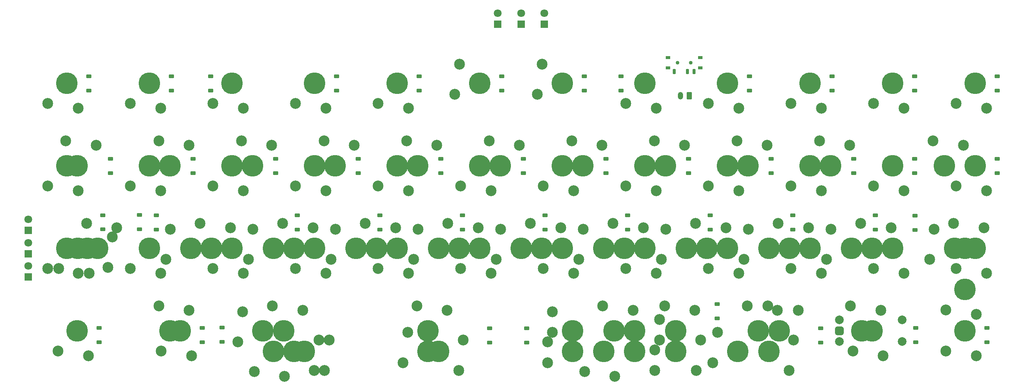
<source format=gbs>
G04 #@! TF.GenerationSoftware,KiCad,Pcbnew,7.0.11-7.0.11~ubuntu22.04.1*
G04 #@! TF.CreationDate,2024-05-14T18:32:02+02:00*
G04 #@! TF.ProjectId,alpha4,616c7068-6134-42e6-9b69-6361645f7063,rev?*
G04 #@! TF.SameCoordinates,Original*
G04 #@! TF.FileFunction,Soldermask,Bot*
G04 #@! TF.FilePolarity,Negative*
%FSLAX46Y46*%
G04 Gerber Fmt 4.6, Leading zero omitted, Abs format (unit mm)*
G04 Created by KiCad (PCBNEW 7.0.11-7.0.11~ubuntu22.04.1) date 2024-05-14 18:32:02*
%MOMM*%
%LPD*%
G01*
G04 APERTURE LIST*
G04 Aperture macros list*
%AMRoundRect*
0 Rectangle with rounded corners*
0 $1 Rounding radius*
0 $2 $3 $4 $5 $6 $7 $8 $9 X,Y pos of 4 corners*
0 Add a 4 corners polygon primitive as box body*
4,1,4,$2,$3,$4,$5,$6,$7,$8,$9,$2,$3,0*
0 Add four circle primitives for the rounded corners*
1,1,$1+$1,$2,$3*
1,1,$1+$1,$4,$5*
1,1,$1+$1,$6,$7*
1,1,$1+$1,$8,$9*
0 Add four rect primitives between the rounded corners*
20,1,$1+$1,$2,$3,$4,$5,0*
20,1,$1+$1,$4,$5,$6,$7,0*
20,1,$1+$1,$6,$7,$8,$9,0*
20,1,$1+$1,$8,$9,$2,$3,0*%
G04 Aperture macros list end*
%ADD10C,5.000000*%
%ADD11C,2.500000*%
%ADD12C,2.000000*%
%ADD13RoundRect,0.500000X-0.500000X-0.500000X0.500000X-0.500000X0.500000X0.500000X-0.500000X0.500000X0*%
%ADD14R,1.800000X1.800000*%
%ADD15C,1.800000*%
%ADD16RoundRect,0.225000X0.375000X-0.225000X0.375000X0.225000X-0.375000X0.225000X-0.375000X-0.225000X0*%
%ADD17RoundRect,0.225000X-0.375000X0.225000X-0.375000X-0.225000X0.375000X-0.225000X0.375000X0.225000X0*%
%ADD18O,1.200000X1.750000*%
%ADD19RoundRect,0.250000X0.350000X0.625000X-0.350000X0.625000X-0.350000X-0.625000X0.350000X-0.625000X0*%
%ADD20C,0.850000*%
%ADD21RoundRect,0.090000X-0.210000X-0.535000X0.210000X-0.535000X0.210000X0.535000X-0.210000X0.535000X0*%
%ADD22RoundRect,0.105000X-0.445000X0.245000X-0.445000X-0.245000X0.445000X-0.245000X0.445000X0.245000X0*%
G04 APERTURE END LIST*
D10*
X163112500Y-72625000D03*
D11*
X160512500Y-66875000D03*
X167512500Y-67925000D03*
D10*
X158350000Y-72625000D03*
D11*
X152600000Y-75225000D03*
X153650000Y-68225000D03*
D10*
X89293500Y-96438000D03*
D11*
X95043500Y-93838000D03*
X93993500Y-100838000D03*
D12*
X212762500Y-89175000D03*
X212762500Y-94175000D03*
D13*
X212762500Y-91675000D03*
D12*
X227262500Y-94175000D03*
X227262500Y-89175000D03*
D10*
X129775000Y-53575000D03*
D11*
X132375000Y-59325000D03*
X125375000Y-58275000D03*
D10*
X84531250Y-91675000D03*
D11*
X81931250Y-85925000D03*
X88931250Y-86975000D03*
D10*
X91675000Y-34525000D03*
D11*
X94275000Y-40275000D03*
X87275000Y-39225000D03*
D10*
X196449750Y-96437500D03*
D11*
X202199750Y-93837500D03*
X201149750Y-100837500D03*
D10*
X191687500Y-53575000D03*
D11*
X189087500Y-47825000D03*
X196087500Y-48875000D03*
D10*
X129775000Y-34525000D03*
D11*
X124025000Y-37125000D03*
X125075000Y-30125000D03*
D10*
X86912500Y-72625000D03*
D11*
X84312500Y-66875000D03*
X91312500Y-67925000D03*
D10*
X236931250Y-53575000D03*
D11*
X234331250Y-47825000D03*
X241331250Y-48875000D03*
D10*
X91675000Y-72625000D03*
D11*
X94275000Y-78375000D03*
X87275000Y-77325000D03*
D10*
X182162500Y-72625000D03*
D11*
X179562500Y-66875000D03*
X186562500Y-67925000D03*
D10*
X205975000Y-34525000D03*
D11*
X208575000Y-40275000D03*
X201575000Y-39225000D03*
D10*
X225025000Y-34525000D03*
D11*
X227625000Y-40275000D03*
X220625000Y-39225000D03*
D10*
X37050250Y-72625000D03*
D11*
X39650250Y-78375000D03*
X32650250Y-77325000D03*
D10*
X144062500Y-72625000D03*
D11*
X141462500Y-66875000D03*
X148462500Y-67925000D03*
D10*
X239312500Y-72625000D03*
D11*
X233562500Y-75225000D03*
X234612500Y-68225000D03*
D14*
X25640000Y-68525000D03*
D15*
X25640000Y-65985000D03*
D10*
X158350250Y-96438000D03*
D11*
X160950250Y-102188000D03*
X153950250Y-101138000D03*
D10*
X244075000Y-72625000D03*
D11*
X246675000Y-78375000D03*
X239675000Y-77325000D03*
D14*
X25640000Y-79285000D03*
D15*
X25640000Y-76745000D03*
D10*
X165494000Y-96438000D03*
D11*
X170194000Y-100838000D03*
X171244000Y-93838000D03*
D10*
X110725000Y-53575000D03*
D11*
X113325000Y-59325000D03*
X106325000Y-58275000D03*
D10*
X72625000Y-72625000D03*
D11*
X75225000Y-78375000D03*
X68225000Y-77325000D03*
D10*
X205975000Y-72625000D03*
D11*
X208575000Y-78375000D03*
X201575000Y-77325000D03*
D10*
X148825000Y-34525000D03*
D11*
X143075000Y-37125000D03*
X144125000Y-30125000D03*
D10*
X129775000Y-72625000D03*
D11*
X132375000Y-78375000D03*
X125375000Y-77325000D03*
D10*
X217881250Y-91675000D03*
D11*
X215281250Y-85925000D03*
X222281250Y-86975000D03*
D10*
X53575000Y-72625000D03*
D11*
X56175000Y-78375000D03*
X49175000Y-77325000D03*
D10*
X86912250Y-96437500D03*
D11*
X92662250Y-93837500D03*
X91612250Y-100837500D03*
D10*
X110725000Y-34525000D03*
D11*
X113325000Y-40275000D03*
X106325000Y-39225000D03*
D10*
X244075000Y-53575000D03*
D11*
X246675000Y-59325000D03*
X239675000Y-58275000D03*
D10*
X82149500Y-96438000D03*
D11*
X84749500Y-102188000D03*
X77749500Y-101138000D03*
D10*
X177400000Y-72625000D03*
D11*
X171650000Y-75225000D03*
X172700000Y-68225000D03*
D14*
X139310000Y-20895000D03*
D15*
X139310000Y-18355000D03*
D10*
X77387500Y-53575000D03*
D11*
X74787500Y-47825000D03*
X81787500Y-48875000D03*
D14*
X144700000Y-20885000D03*
D15*
X144700000Y-18345000D03*
D10*
X115487500Y-53575000D03*
D11*
X112887500Y-47825000D03*
X119887500Y-48875000D03*
D10*
X244075000Y-34525000D03*
D11*
X246675000Y-40275000D03*
X239675000Y-39225000D03*
D10*
X151206000Y-96437500D03*
D11*
X146506000Y-92037500D03*
X145456000Y-99037500D03*
D10*
X186925000Y-53575000D03*
D11*
X189525000Y-59325000D03*
X182525000Y-58275000D03*
D10*
X172637500Y-53575000D03*
D11*
X170037500Y-47825000D03*
X177037500Y-48875000D03*
D10*
X210737500Y-53575000D03*
D11*
X208137500Y-47825000D03*
X215137500Y-48875000D03*
D10*
X120250000Y-72625000D03*
D11*
X114500000Y-75225000D03*
X115550000Y-68225000D03*
D10*
X34525000Y-34525000D03*
D11*
X37125000Y-40275000D03*
X30125000Y-39225000D03*
D10*
X186925000Y-34525000D03*
D11*
X189525000Y-40275000D03*
X182525000Y-39225000D03*
D10*
X241693750Y-72625000D03*
D11*
X239093750Y-66875000D03*
X246093750Y-67925000D03*
D10*
X175019000Y-96437500D03*
D11*
X180769000Y-93837500D03*
X179719000Y-100837500D03*
D10*
X34525000Y-72625000D03*
D11*
X37125000Y-78375000D03*
X30125000Y-77325000D03*
D10*
X96437500Y-53575000D03*
D11*
X93837500Y-47825000D03*
X100837500Y-48875000D03*
D10*
X165493750Y-91675000D03*
D11*
X171243750Y-89075000D03*
X170193750Y-96075000D03*
D10*
X110725000Y-72625000D03*
D11*
X113325000Y-78375000D03*
X106325000Y-77325000D03*
D10*
X198831250Y-91675000D03*
D11*
X196231250Y-85925000D03*
X203231250Y-86975000D03*
D10*
X205975000Y-53575000D03*
D11*
X208575000Y-59325000D03*
X201575000Y-58275000D03*
D10*
X101200000Y-72625000D03*
D11*
X95450000Y-75225000D03*
X96500000Y-68225000D03*
D10*
X194068750Y-91675000D03*
D11*
X198468750Y-86975000D03*
X191468750Y-85925000D03*
D10*
X53575000Y-53575000D03*
D11*
X56175000Y-59325000D03*
X49175000Y-58275000D03*
D10*
X167875000Y-34525000D03*
D11*
X170475000Y-40275000D03*
X163475000Y-39225000D03*
D10*
X215500000Y-72625000D03*
D11*
X209750000Y-75225000D03*
X210800000Y-68225000D03*
D10*
X120250250Y-96438000D03*
D11*
X126000250Y-93838000D03*
X124950250Y-100838000D03*
D10*
X39287500Y-72625000D03*
D11*
X43987500Y-77025000D03*
X45037500Y-70025000D03*
D10*
X82150000Y-72625000D03*
D11*
X76400000Y-75225000D03*
X77450000Y-68225000D03*
D10*
X186925000Y-72625000D03*
D11*
X189525000Y-78375000D03*
X182525000Y-77325000D03*
D10*
X125012500Y-72625000D03*
D11*
X122412500Y-66875000D03*
X129412500Y-67925000D03*
D10*
X67862500Y-72625000D03*
D11*
X65262500Y-66875000D03*
X72262500Y-67925000D03*
D10*
X105962500Y-72625000D03*
D11*
X103362500Y-66875000D03*
X110362500Y-67925000D03*
D10*
X196450000Y-72625000D03*
D11*
X190700000Y-75225000D03*
X191750000Y-68225000D03*
D10*
X220262500Y-72625000D03*
D11*
X217662500Y-66875000D03*
X224662500Y-67925000D03*
D10*
X41668750Y-72625000D03*
D11*
X39068750Y-66875000D03*
X46068750Y-67925000D03*
D10*
X153587500Y-53575000D03*
D11*
X150987500Y-47825000D03*
X157987500Y-48875000D03*
D10*
X167875000Y-72625000D03*
D11*
X170475000Y-78375000D03*
X163475000Y-77325000D03*
D10*
X225025000Y-53575000D03*
D11*
X227625000Y-59325000D03*
X220625000Y-58275000D03*
D10*
X91675000Y-53575000D03*
D11*
X94275000Y-59325000D03*
X87275000Y-58275000D03*
D10*
X72625000Y-53575000D03*
D11*
X75225000Y-59325000D03*
X68225000Y-58275000D03*
D10*
X241693750Y-91675000D03*
D11*
X244293750Y-97425000D03*
X237293750Y-96375000D03*
D10*
X220262500Y-91675000D03*
D11*
X222862500Y-97425000D03*
X215862500Y-96375000D03*
D10*
X167875000Y-53575000D03*
D11*
X170475000Y-59325000D03*
X163475000Y-58275000D03*
D10*
X34525000Y-53575000D03*
D11*
X37125000Y-59325000D03*
X30125000Y-58275000D03*
D14*
X25650000Y-73915000D03*
D15*
X25650000Y-71375000D03*
D10*
X148825000Y-53575000D03*
D11*
X151425000Y-59325000D03*
X144425000Y-58275000D03*
D10*
X160731250Y-91675000D03*
D11*
X158131250Y-85925000D03*
X165131250Y-86975000D03*
D14*
X133940000Y-20905000D03*
D15*
X133940000Y-18365000D03*
D10*
X36906250Y-91675000D03*
D11*
X39506250Y-97425000D03*
X32506250Y-96375000D03*
D10*
X151206250Y-91675000D03*
D11*
X145456250Y-94275000D03*
X146506250Y-87275000D03*
D10*
X117868750Y-91675000D03*
D11*
X115268750Y-85925000D03*
X122268750Y-86975000D03*
D10*
X63100000Y-72625000D03*
D11*
X57350000Y-75225000D03*
X58400000Y-68225000D03*
D10*
X134537500Y-53575000D03*
D11*
X131937500Y-47825000D03*
X138937500Y-48875000D03*
D10*
X79768750Y-91675000D03*
D11*
X74018750Y-94275000D03*
X75068750Y-87275000D03*
D10*
X36906250Y-53575000D03*
D11*
X34306250Y-47825000D03*
X41306250Y-48875000D03*
D10*
X139300000Y-72625000D03*
D11*
X133550000Y-75225000D03*
X134600000Y-68225000D03*
D10*
X117869000Y-96437500D03*
D11*
X112119000Y-99037500D03*
X113169000Y-92037500D03*
D10*
X58337500Y-53575000D03*
D11*
X55737500Y-47825000D03*
X62737500Y-48875000D03*
D10*
X60718750Y-91675000D03*
D11*
X63318750Y-97425000D03*
X56318750Y-96375000D03*
D10*
X148825000Y-72625000D03*
D11*
X151425000Y-78375000D03*
X144425000Y-77325000D03*
D10*
X225025000Y-72625000D03*
D11*
X227625000Y-78375000D03*
X220625000Y-77325000D03*
D10*
X53575000Y-34525000D03*
D11*
X56175000Y-40275000D03*
X49175000Y-39225000D03*
D10*
X189306500Y-96438000D03*
D11*
X183556500Y-99038000D03*
X184606500Y-92038000D03*
D10*
X241693750Y-82150000D03*
D11*
X244293750Y-87900000D03*
X237293750Y-86850000D03*
D10*
X201212500Y-72625000D03*
D11*
X198612500Y-66875000D03*
X205612500Y-67925000D03*
D10*
X175018750Y-91675000D03*
D11*
X172418750Y-85925000D03*
X179418750Y-86975000D03*
D10*
X58337500Y-91675000D03*
D11*
X55737500Y-85925000D03*
X62737500Y-86975000D03*
D10*
X72625000Y-34525000D03*
D11*
X75225000Y-40275000D03*
X68225000Y-39225000D03*
D16*
X63655000Y-55255000D03*
X63655000Y-51955000D03*
X139855000Y-55255000D03*
X139855000Y-51955000D03*
X249155000Y-36205000D03*
X249155000Y-32905000D03*
D17*
X163930000Y-65005000D03*
X163930000Y-68305000D03*
D16*
X101755000Y-55255000D03*
X101755000Y-51955000D03*
X44605000Y-55255000D03*
X44605000Y-51955000D03*
X208400000Y-94400000D03*
X208400000Y-91100000D03*
X184570000Y-88790000D03*
X184570000Y-85490000D03*
X58655000Y-36205000D03*
X58655000Y-32905000D03*
X120805000Y-55255000D03*
X120805000Y-51955000D03*
D18*
X176100000Y-37410000D03*
D19*
X178100000Y-37410000D03*
D16*
X230105000Y-55255000D03*
X230105000Y-51955000D03*
D17*
X221080000Y-65005000D03*
X221080000Y-68305000D03*
D16*
X230342500Y-94355000D03*
X230342500Y-91055000D03*
X230105000Y-36205000D03*
X230105000Y-32905000D03*
D17*
X87730000Y-65005000D03*
X87730000Y-68305000D03*
D16*
X70310000Y-94270000D03*
X70310000Y-90970000D03*
X177955000Y-55255000D03*
X177955000Y-51955000D03*
X158905000Y-55255000D03*
X158905000Y-51955000D03*
X115805000Y-36205000D03*
X115805000Y-32905000D03*
X96755000Y-36205000D03*
X96755000Y-32905000D03*
X67705000Y-36205000D03*
X67705000Y-32905000D03*
D17*
X55170000Y-65002500D03*
X55170000Y-68302500D03*
D16*
X82705000Y-55255000D03*
X82705000Y-51955000D03*
X134855000Y-36205000D03*
X134855000Y-32905000D03*
X153905000Y-36205000D03*
X153905000Y-32905000D03*
D17*
X182980000Y-65005000D03*
X182980000Y-68305000D03*
X125830000Y-65005000D03*
X125830000Y-68305000D03*
D20*
X178430000Y-29810000D03*
X175430000Y-29810000D03*
D21*
X174680000Y-31810000D03*
X177680000Y-31810000D03*
X179180000Y-31810000D03*
D22*
X180630000Y-30960000D03*
X180630000Y-28660000D03*
X173230000Y-30960000D03*
X173230000Y-28660000D03*
D16*
X192005000Y-36205000D03*
X192005000Y-32905000D03*
D17*
X51290000Y-64960000D03*
X51290000Y-68260000D03*
D16*
X249155000Y-55255000D03*
X249155000Y-51955000D03*
D17*
X202030000Y-65005000D03*
X202030000Y-68305000D03*
D16*
X39605000Y-36205000D03*
X39605000Y-32905000D03*
X132050000Y-94390000D03*
X132050000Y-91090000D03*
D17*
X106780000Y-65005000D03*
X106780000Y-68305000D03*
D16*
X216055000Y-55255000D03*
X216055000Y-51955000D03*
X246773750Y-94355000D03*
X246773750Y-91055000D03*
X197005000Y-55255000D03*
X197005000Y-51955000D03*
D17*
X144880000Y-65005000D03*
X144880000Y-68305000D03*
D16*
X211055000Y-36205000D03*
X211055000Y-32905000D03*
X162360000Y-36247500D03*
X162360000Y-32947500D03*
X140610000Y-94390000D03*
X140610000Y-91090000D03*
D17*
X230200000Y-65150000D03*
X230200000Y-68450000D03*
D16*
X65798750Y-94355000D03*
X65798750Y-91055000D03*
X41986250Y-94355000D03*
X41986250Y-91055000D03*
D17*
X42800000Y-64992500D03*
X42800000Y-68292500D03*
M02*

</source>
